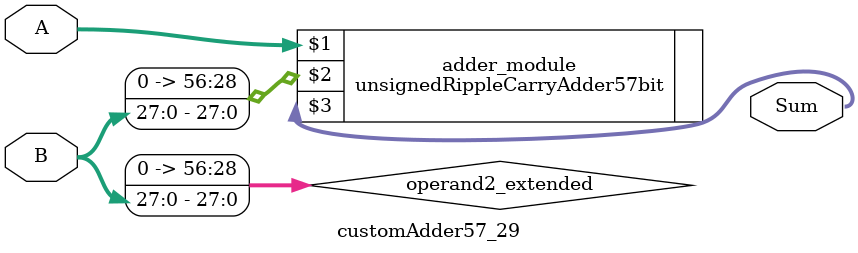
<source format=v>
module customAdder57_29(
                        input [56 : 0] A,
                        input [27 : 0] B,
                        
                        output [57 : 0] Sum
                );

        wire [56 : 0] operand2_extended;
        
        assign operand2_extended =  {29'b0, B};
        
        unsignedRippleCarryAdder57bit adder_module(
            A,
            operand2_extended,
            Sum
        );
        
        endmodule
        
</source>
